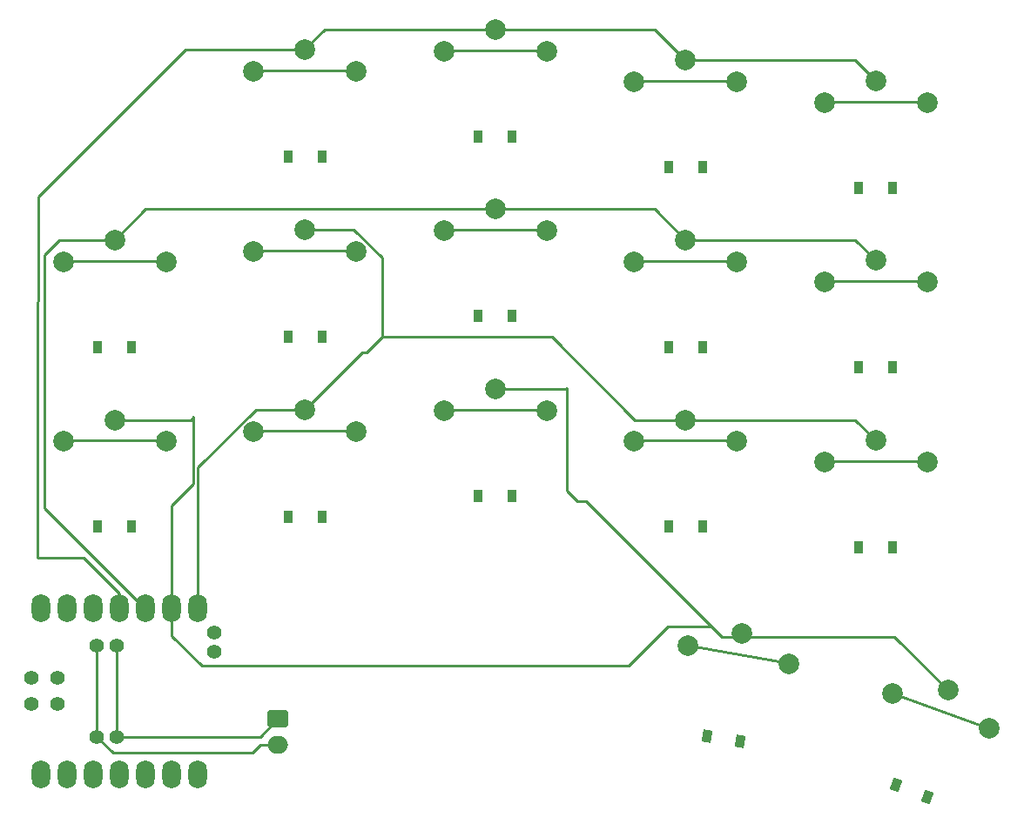
<source format=gbr>
%TF.GenerationSoftware,KiCad,Pcbnew,(6.0.7-1)-1*%
%TF.CreationDate,2022-10-31T22:34:26+08:00*%
%TF.ProjectId,kamao,6b616d61-6f2e-46b6-9963-61645f706362,rev?*%
%TF.SameCoordinates,Original*%
%TF.FileFunction,Copper,L2,Bot*%
%TF.FilePolarity,Positive*%
%FSLAX46Y46*%
G04 Gerber Fmt 4.6, Leading zero omitted, Abs format (unit mm)*
G04 Created by KiCad (PCBNEW (6.0.7-1)-1) date 2022-10-31 22:34:26*
%MOMM*%
%LPD*%
G01*
G04 APERTURE LIST*
G04 Aperture macros list*
%AMRoundRect*
0 Rectangle with rounded corners*
0 $1 Rounding radius*
0 $2 $3 $4 $5 $6 $7 $8 $9 X,Y pos of 4 corners*
0 Add a 4 corners polygon primitive as box body*
4,1,4,$2,$3,$4,$5,$6,$7,$8,$9,$2,$3,0*
0 Add four circle primitives for the rounded corners*
1,1,$1+$1,$2,$3*
1,1,$1+$1,$4,$5*
1,1,$1+$1,$6,$7*
1,1,$1+$1,$8,$9*
0 Add four rect primitives between the rounded corners*
20,1,$1+$1,$2,$3,$4,$5,0*
20,1,$1+$1,$4,$5,$6,$7,0*
20,1,$1+$1,$6,$7,$8,$9,0*
20,1,$1+$1,$8,$9,$2,$3,0*%
%AMRotRect*
0 Rectangle, with rotation*
0 The origin of the aperture is its center*
0 $1 length*
0 $2 width*
0 $3 Rotation angle, in degrees counterclockwise*
0 Add horizontal line*
21,1,$1,$2,0,0,$3*%
%AMFreePoly0*
4,1,15,10.036070,0.121770,10.096138,0.082984,10.125733,0.017894,10.115473,-0.052868,10.068611,-0.106872,10.000000,-0.127000,0.000000,-0.127000,-0.036070,-0.121770,-0.096138,-0.082984,-0.125733,-0.017894,-0.115473,0.052868,-0.068611,0.106872,0.000000,0.127000,10.000000,0.127000,10.036070,0.121770,10.036070,0.121770,$1*%
G04 Aperture macros list end*
%TA.AperFunction,ComponentPad*%
%ADD10O,1.800000X2.750000*%
%TD*%
%TA.AperFunction,ComponentPad*%
%ADD11C,1.397000*%
%TD*%
%TA.AperFunction,ComponentPad*%
%ADD12C,2.000000*%
%TD*%
%TA.AperFunction,ComponentPad*%
%ADD13R,0.900000X1.200000*%
%TD*%
%TA.AperFunction,SMDPad,CuDef*%
%ADD14FreePoly0,0.000000*%
%TD*%
%TA.AperFunction,ComponentPad*%
%ADD15RoundRect,0.250000X-0.750000X0.600000X-0.750000X-0.600000X0.750000X-0.600000X0.750000X0.600000X0*%
%TD*%
%TA.AperFunction,ComponentPad*%
%ADD16O,2.000000X1.700000*%
%TD*%
%TA.AperFunction,ComponentPad*%
%ADD17RotRect,0.900000X1.200000X340.000000*%
%TD*%
%TA.AperFunction,SMDPad,CuDef*%
%ADD18FreePoly0,340.000000*%
%TD*%
%TA.AperFunction,ComponentPad*%
%ADD19RotRect,0.900000X1.200000X350.000000*%
%TD*%
%TA.AperFunction,SMDPad,CuDef*%
%ADD20FreePoly0,350.000000*%
%TD*%
%TA.AperFunction,Conductor*%
%ADD21C,0.250000*%
%TD*%
G04 APERTURE END LIST*
D10*
%TO.P,U1,1,A2/0.02_H*%
%TO.N,unconnected-(U1-Pad1)*%
X-8620000Y387905000D03*
%TO.P,U1,2,A4/0.03_H*%
%TO.N,unconnected-(U1-Pad2)*%
X-6080000Y387905000D03*
%TO.P,U1,3,A10/0.28*%
%TO.N,unconnected-(U1-Pad3)*%
X-3540000Y387905000D03*
%TO.P,U1,4,A11/0.29*%
%TO.N,/Col1*%
X-1000000Y387905000D03*
%TO.P,U1,5,A8_SDA/0.04_H*%
%TO.N,/Col2*%
X1540000Y387905000D03*
%TO.P,U1,6,A9_SCL/0.05_H*%
%TO.N,/Col3*%
X4080000Y387905000D03*
%TO.P,U1,7,B8_TX/1.11*%
%TO.N,/Col4*%
X6620000Y387905000D03*
%TO.P,U1,8,B9_RX/1.12*%
%TO.N,/Row4*%
X6620000Y404095000D03*
%TO.P,U1,9,A7_SCK/1.13*%
%TO.N,/Row3*%
X4080000Y404095000D03*
%TO.P,U1,10,A5_MISO/1.14*%
%TO.N,/Row2*%
X1540000Y404095000D03*
%TO.P,U1,11,A6_MOSI/1.15*%
%TO.N,/Row1*%
X-1000000Y404095000D03*
%TO.P,U1,12,3V3*%
%TO.N,unconnected-(U1-Pad12)*%
X-3540000Y404095000D03*
%TO.P,U1,13,GND*%
%TO.N,unconnected-(U1-Pad13)*%
X-6080000Y404095000D03*
%TO.P,U1,14,5V*%
%TO.N,unconnected-(U1-Pad14)*%
X-8620000Y404095000D03*
D11*
%TO.P,U1,15,A31_SWDIO*%
%TO.N,unconnected-(U1-Pad15)*%
X-9572000Y394730000D03*
%TO.P,U1,16,A30_SWCLK*%
%TO.N,unconnected-(U1-Pad16)*%
X-9572000Y397270000D03*
%TO.P,U1,17,RESET*%
%TO.N,unconnected-(U1-Pad17)*%
X-7032000Y394730000D03*
%TO.P,U1,18,GND*%
%TO.N,unconnected-(U1-Pad18)*%
X-7032000Y397270000D03*
%TO.P,U1,19,BAT*%
%TO.N,Net-(BT1-Pad1)*%
X-1300000Y400400000D03*
X-1317000Y391555000D03*
%TO.P,U1,20,GND*%
%TO.N,Net-(BT1-Pad2)*%
X-3222000Y391555000D03*
X-3205000Y400400000D03*
%TO.P,U1,21,NFC1/0.09_H*%
%TO.N,unconnected-(U1-Pad21)*%
X8208000Y399810000D03*
%TO.P,U1,22,NFC2/0.10_H*%
%TO.N,unconnected-(U1-Pad22)*%
X8208000Y401715000D03*
%TD*%
D12*
%TO.P,K2,1*%
%TO.N,/Row2*%
X-1500000Y439900000D03*
D13*
%TO.P,K2,2*%
%TO.N,/Col1*%
X-3150000Y429500000D03*
D14*
%TO.P,K2,3*%
%TO.N,N/C*%
X-6500000Y437800000D03*
D12*
X3500000Y437800000D03*
X-6500000Y437800000D03*
D13*
X150000Y429500000D03*
%TD*%
D12*
%TO.P,K8,1*%
%TO.N,/Row4*%
X72500000Y420400000D03*
D13*
%TO.P,K8,2*%
%TO.N,/Col2*%
X70850000Y410000000D03*
%TO.P,K8,3*%
%TO.N,N/C*%
X74150000Y410000000D03*
D12*
X67500000Y418300000D03*
X77500000Y418300000D03*
D14*
X67500000Y418300000D03*
%TD*%
D12*
%TO.P,K4,1*%
%TO.N,/Row4*%
X17000000Y440900000D03*
D13*
%TO.P,K4,2*%
%TO.N,/Col1*%
X15350000Y430500000D03*
D14*
%TO.P,K4,3*%
%TO.N,N/C*%
X12000000Y438800000D03*
D12*
X22000000Y438800000D03*
D13*
X18650000Y430500000D03*
D12*
X12000000Y438800000D03*
%TD*%
D15*
%TO.P,BT1,1,+*%
%TO.N,Net-(BT1-Pad1)*%
X14400000Y393300000D03*
D16*
%TO.P,BT1,2,-*%
%TO.N,Net-(BT1-Pad2)*%
X14400000Y390800000D03*
%TD*%
D12*
%TO.P,K6,1*%
%TO.N,/Row2*%
X72500000Y437900000D03*
D13*
%TO.P,K6,2*%
%TO.N,/Col2*%
X70850000Y427500000D03*
%TO.P,K6,3*%
%TO.N,N/C*%
X74150000Y427500000D03*
D12*
X77500000Y435800000D03*
D14*
X67500000Y435800000D03*
D12*
X67500000Y435800000D03*
%TD*%
%TO.P,K3,1*%
%TO.N,/Row3*%
X-1500000Y422400000D03*
D13*
%TO.P,K3,2*%
%TO.N,/Col1*%
X-3150000Y412000000D03*
D14*
%TO.P,K3,3*%
%TO.N,N/C*%
X-6500000Y420300000D03*
D12*
X3500000Y420300000D03*
D13*
X150000Y412000000D03*
D12*
X-6500000Y420300000D03*
%TD*%
%TO.P,K12,1*%
%TO.N,/Row4*%
X17000000Y423400000D03*
D13*
%TO.P,K12,2*%
%TO.N,/Col3*%
X15350000Y413000000D03*
D14*
%TO.P,K12,3*%
%TO.N,N/C*%
X12000000Y421300000D03*
D12*
X22000000Y421300000D03*
D13*
X18650000Y413000000D03*
D12*
X12000000Y421300000D03*
%TD*%
%TO.P,K7,1*%
%TO.N,/Row3*%
X79557009Y396072803D03*
D17*
%TO.P,K7,2*%
%TO.N,/Col2*%
X74449507Y386864333D03*
D18*
%TO.P,K7,3*%
%TO.N,N/C*%
X74140304Y395809549D03*
D12*
X74140304Y395809549D03*
D17*
X77550493Y385735667D03*
D12*
X83537230Y392389348D03*
%TD*%
%TO.P,K15,1*%
%TO.N,/Row3*%
X35500000Y425400000D03*
D13*
%TO.P,K15,2*%
%TO.N,/Col4*%
X33850000Y415000000D03*
D14*
%TO.P,K15,3*%
%TO.N,N/C*%
X30500000Y423300000D03*
D12*
X30500000Y423300000D03*
D13*
X37150000Y415000000D03*
D12*
X40500000Y423300000D03*
%TD*%
%TO.P,K16,1*%
%TO.N,/Row4*%
X54000000Y422400000D03*
D13*
%TO.P,K16,2*%
%TO.N,/Col4*%
X52350000Y412000000D03*
D12*
%TO.P,K16,3*%
%TO.N,N/C*%
X59000000Y420300000D03*
D13*
X55650000Y412000000D03*
D14*
X49000000Y420300000D03*
D12*
X49000000Y420300000D03*
%TD*%
%TO.P,K9,1*%
%TO.N,/Row1*%
X35500000Y460400000D03*
D13*
%TO.P,K9,2*%
%TO.N,/Col3*%
X33850000Y450000000D03*
D12*
%TO.P,K9,3*%
%TO.N,N/C*%
X30500000Y458300000D03*
D13*
X37150000Y450000000D03*
D14*
X30500000Y458300000D03*
D12*
X40500000Y458300000D03*
%TD*%
%TO.P,K14,1*%
%TO.N,/Row2*%
X54000000Y439900000D03*
D13*
%TO.P,K14,2*%
%TO.N,/Col4*%
X52350000Y429500000D03*
D12*
%TO.P,K14,3*%
%TO.N,N/C*%
X49000000Y437800000D03*
X59000000Y437800000D03*
D13*
X55650000Y429500000D03*
D14*
X49000000Y437800000D03*
%TD*%
D12*
%TO.P,K11,1*%
%TO.N,/Row3*%
X59524525Y401610366D03*
D19*
%TO.P,K11,2*%
%TO.N,/Col3*%
X56093651Y391654884D03*
D12*
%TO.P,K11,3*%
%TO.N,N/C*%
X64083903Y398674028D03*
D19*
X59343517Y391081846D03*
D12*
X54235825Y400410510D03*
D20*
X54235825Y400410510D03*
%TD*%
D12*
%TO.P,K10,1*%
%TO.N,/Row2*%
X35500000Y442900000D03*
D13*
%TO.P,K10,2*%
%TO.N,/Col3*%
X33850000Y432500000D03*
D12*
%TO.P,K10,3*%
%TO.N,N/C*%
X40500000Y440800000D03*
X30500000Y440800000D03*
D14*
X30500000Y440800000D03*
D13*
X37150000Y432500000D03*
%TD*%
D12*
%TO.P,K5,1*%
%TO.N,/Row1*%
X72500000Y455400000D03*
D13*
%TO.P,K5,2*%
%TO.N,/Col2*%
X70850000Y445000000D03*
%TO.P,K5,3*%
%TO.N,N/C*%
X74150000Y445000000D03*
D14*
X67500000Y453300000D03*
D12*
X77500000Y453300000D03*
X67500000Y453300000D03*
%TD*%
%TO.P,K13,1*%
%TO.N,/Row1*%
X54000000Y457400000D03*
D13*
%TO.P,K13,2*%
%TO.N,/Col4*%
X52350000Y447000000D03*
D12*
%TO.P,K13,3*%
%TO.N,N/C*%
X59000000Y455300000D03*
X49000000Y455300000D03*
D14*
X49000000Y455300000D03*
D13*
X55650000Y447000000D03*
%TD*%
D12*
%TO.P,K1,1*%
%TO.N,/Row1*%
X17000000Y458400000D03*
D13*
%TO.P,K1,2*%
%TO.N,/Col1*%
X15350000Y448000000D03*
D12*
%TO.P,K1,3*%
%TO.N,N/C*%
X22000000Y456300000D03*
D13*
X18650000Y448000000D03*
D14*
X12000000Y456300000D03*
D12*
X12000000Y456300000D03*
%TD*%
D21*
%TO.N,Net-(BT1-Pad1)*%
X-1317000Y391555000D02*
X-1317000Y400383000D01*
X-1317000Y400383000D02*
X-1300000Y400400000D01*
%TO.N,Net-(BT1-Pad2)*%
X-3222000Y391555000D02*
X-3222000Y400383000D01*
X-3222000Y400383000D02*
X-3205000Y400400000D01*
%TO.N,Net-(BT1-Pad1)*%
X12655000Y391555000D02*
X14400000Y393300000D01*
X-1317000Y391555000D02*
X12655000Y391555000D01*
%TO.N,Net-(BT1-Pad2)*%
X-1667000Y390000000D02*
X11900000Y390000000D01*
X11900000Y390000000D02*
X12700000Y390800000D01*
X12700000Y390800000D02*
X14400000Y390800000D01*
X-3222000Y391555000D02*
X-1667000Y390000000D01*
%TO.N,/Row4*%
X17000000Y440900000D02*
X21773833Y440900000D01*
X70500000Y422400000D02*
X54000000Y422400000D01*
X22600000Y429000000D02*
X17000000Y423400000D01*
X24500000Y430500000D02*
X23000000Y429000000D01*
X24500000Y430500000D02*
X41000000Y430500000D01*
X72500000Y420400000D02*
X70500000Y422400000D01*
X23000000Y429000000D02*
X22600000Y429000000D01*
X17000000Y423400000D02*
X12226167Y423400000D01*
X6620000Y417793833D02*
X6620000Y403620000D01*
X12226167Y423400000D02*
X6620000Y417793833D01*
X24500000Y438173833D02*
X24500000Y430500000D01*
X21773833Y440900000D02*
X24500000Y438173833D01*
X41000000Y430500000D02*
X49100000Y422400000D01*
X49100000Y422400000D02*
X54000000Y422400000D01*
%TO.N,/Row3*%
X43500000Y414500000D02*
X42500000Y415500000D01*
X6170000Y416170000D02*
X6170000Y422670000D01*
X4080000Y403620000D02*
X4080000Y401383928D01*
X42500000Y425500000D02*
X42400000Y425400000D01*
X5900000Y422400000D02*
X-1500000Y422400000D01*
X52310366Y402310366D02*
X56524525Y402310366D01*
X42500000Y415500000D02*
X42500000Y425500000D01*
X74319446Y401310366D02*
X79557009Y396072803D01*
X57524525Y401310366D02*
X44334891Y414500000D01*
X4080000Y401383928D02*
X6963928Y398500000D01*
X4080000Y414080000D02*
X6170000Y416170000D01*
X56524525Y402310366D02*
X57524525Y401310366D01*
X44334891Y414500000D02*
X43500000Y414500000D01*
X42400000Y425400000D02*
X35500000Y425400000D01*
X57524525Y401310366D02*
X74319446Y401310366D01*
X4080000Y403620000D02*
X4080000Y414080000D01*
X6963928Y398500000D02*
X48500000Y398500000D01*
X48500000Y398500000D02*
X52310366Y402310366D01*
X6170000Y422670000D02*
X5900000Y422400000D01*
%TO.N,/Row2*%
X54000000Y439900000D02*
X70500000Y439900000D01*
X-8300000Y438450000D02*
X-8300000Y413800000D01*
X-8300000Y413800000D02*
X1540000Y403960000D01*
X35500000Y442900000D02*
X51000000Y442900000D01*
X-1500000Y439900000D02*
X-6850000Y439900000D01*
X-1500000Y439900000D02*
X1500000Y442900000D01*
X1540000Y403960000D02*
X1540000Y403620000D01*
X-6850000Y439900000D02*
X-8300000Y438450000D01*
X1500000Y442900000D02*
X35500000Y442900000D01*
X51000000Y442900000D02*
X54000000Y439900000D01*
X70500000Y439900000D02*
X72500000Y437900000D01*
%TO.N,/Row1*%
X-8900000Y444100000D02*
X-8900000Y434000000D01*
X17000000Y458400000D02*
X5400000Y458400000D01*
X70500000Y457400000D02*
X72500000Y455400000D01*
X35500000Y460400000D02*
X18900000Y460400000D01*
X54000000Y457400000D02*
X51000000Y460400000D01*
X51000000Y460400000D02*
X35500000Y460400000D01*
X17000000Y458500000D02*
X17000000Y458400000D01*
X-9000000Y433900000D02*
X-9000000Y409000000D01*
X-9000000Y409000000D02*
X-4500000Y409000000D01*
X-8900000Y434000000D02*
X-9000000Y433900000D01*
X54000000Y457400000D02*
X70500000Y457400000D01*
X5400000Y458400000D02*
X-8900000Y444100000D01*
X18900000Y460400000D02*
X17000000Y458500000D01*
X-4500000Y409000000D02*
X-1000000Y405500000D01*
%TD*%
M02*

</source>
